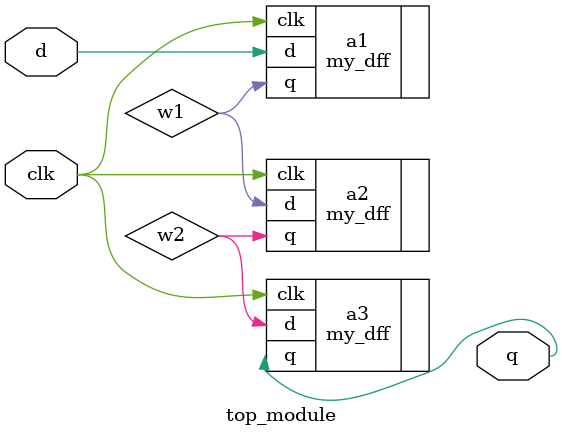
<source format=v>
module top_module ( input clk, input d, output q );
    // ******************** by name ********************** //
    wire w1,w2;
    my_dff a1(.clk(clk),.d(d),.q(w1));
    my_dff a2(.clk(clk),.d(w1),.q(w2));
    my_dff a3(.clk(clk),.d(w2),.q(q));
    // ***************** by position ******************  //
/*
	wire a, b;	// Create two wires. I called them a and b.

	// Create three instances of my_dff, with three different instance names (d1, d2, and d3).
	// Connect ports by position: ( input clk, input d, output q)
	my_dff d1 ( clk, d, a );
	my_dff d2 ( clk, a, b );
	my_dff d3 ( clk, b, q );
    
 */

endmodule

</source>
